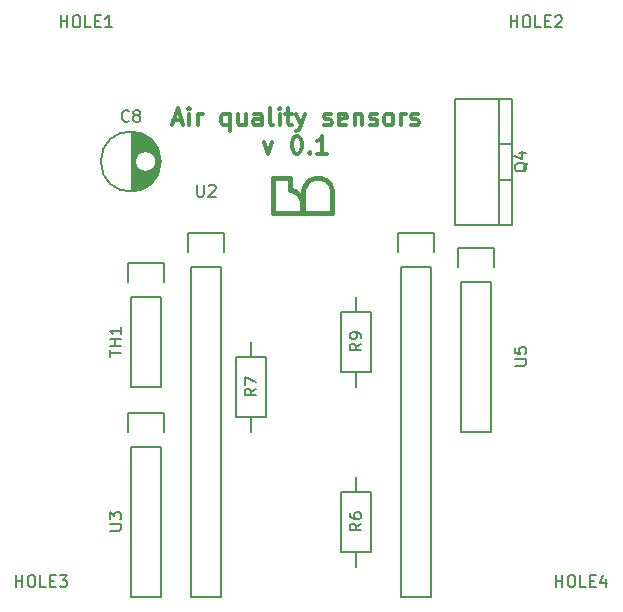
<source format=gbr>
G04 #@! TF.FileFunction,Legend,Top*
%FSLAX46Y46*%
G04 Gerber Fmt 4.6, Leading zero omitted, Abs format (unit mm)*
G04 Created by KiCad (PCBNEW 4.0.2-stable) date Wednesday, 12 October 2016 'pmt' 07:44:15 pm*
%MOMM*%
G01*
G04 APERTURE LIST*
%ADD10C,0.100000*%
%ADD11C,0.400000*%
%ADD12C,0.300000*%
%ADD13C,0.150000*%
G04 APERTURE END LIST*
D10*
D11*
X173140643Y-73260868D02*
X173026455Y-73050880D01*
X173026455Y-73050880D02*
X172877062Y-72869563D01*
X172877062Y-72869563D02*
X172695723Y-72720183D01*
X172695723Y-72720183D02*
X172485765Y-72605985D01*
X172485765Y-72605985D02*
X172253685Y-72533554D01*
X172253685Y-72533554D02*
X172006106Y-72509387D01*
X172006106Y-72509387D02*
X171758445Y-72533550D01*
X171758445Y-72533550D02*
X171526388Y-72605985D01*
X171526388Y-72605985D02*
X171316781Y-72720179D01*
X171316781Y-72720179D02*
X171136742Y-72869563D01*
X171136742Y-72869563D02*
X170988535Y-73050880D01*
X170988535Y-73050880D02*
X170874762Y-73260868D01*
X170874762Y-73260868D02*
X170802311Y-73492934D01*
X170802311Y-73492934D02*
X170778184Y-73740552D01*
X170778184Y-73740552D02*
X170778184Y-73747093D01*
X170778184Y-73747093D02*
X170778184Y-73753634D01*
X170778184Y-73753634D02*
X170778184Y-75456337D01*
X170778184Y-75456337D02*
X173233998Y-75456337D01*
X173233998Y-75456337D02*
X173233998Y-73842035D01*
X173233998Y-73842035D02*
X173236424Y-73816287D01*
X173236424Y-73816287D02*
X173237233Y-73791318D01*
X173237233Y-73791318D02*
X173237233Y-73765940D01*
X173237233Y-73765940D02*
X173237233Y-73740562D01*
X173237233Y-73740562D02*
X173213080Y-73492936D01*
X173213080Y-73492936D02*
X173140647Y-73260868D01*
X173140647Y-73260868D02*
X173140645Y-73260868D01*
X173140645Y-73260868D02*
X173140643Y-73260868D01*
X170683217Y-74575539D02*
X170679924Y-74526404D01*
X170679924Y-74526404D02*
X170660326Y-74428185D01*
X170660326Y-74428185D02*
X170630839Y-74333209D01*
X170630839Y-74333209D02*
X170598069Y-74241585D01*
X170598069Y-74241585D02*
X170555520Y-74153116D01*
X170555520Y-74153116D02*
X170545701Y-74133498D01*
X170545701Y-74133498D02*
X170532609Y-74113860D01*
X170532609Y-74113860D02*
X170445840Y-73973053D01*
X170445840Y-73973053D02*
X170332887Y-73845328D01*
X170332887Y-73845328D02*
X170264094Y-73784772D01*
X170264094Y-73784772D02*
X170192038Y-73727480D01*
X170192038Y-73727480D02*
X170133144Y-73683270D01*
X170133144Y-73683270D02*
X170070888Y-73645587D01*
X170070888Y-73645587D02*
X170051279Y-73634126D01*
X170051279Y-73634126D02*
X170025046Y-73622705D01*
X170025046Y-73622705D02*
X169943181Y-73581788D01*
X169943181Y-73581788D02*
X169854800Y-73550660D01*
X169854800Y-73550660D02*
X169808948Y-73537539D01*
X169808948Y-73537539D02*
X169759873Y-73524447D01*
X169759873Y-73524447D02*
X169710718Y-73511355D01*
X169710718Y-73511355D02*
X169710718Y-72509397D01*
X169710718Y-72509397D02*
X168237232Y-72509397D01*
X168237232Y-72509397D02*
X168237232Y-75456337D01*
X168237232Y-75456337D02*
X170693036Y-75456337D01*
X170693036Y-75456337D02*
X170693036Y-74726126D01*
X170693036Y-74726126D02*
X170693036Y-74675369D01*
X170693036Y-74675369D02*
X170689753Y-74624623D01*
X170689753Y-74624623D02*
X170683217Y-74575539D01*
X170689753Y-74624623D02*
X170683217Y-74575539D01*
X170693036Y-74675369D02*
X170689753Y-74624623D01*
X170693036Y-74726126D02*
X170693036Y-74675369D01*
X170693036Y-75456337D02*
X170693036Y-74726126D01*
X168237232Y-75456337D02*
X170693036Y-75456337D01*
X168237232Y-72509397D02*
X168237232Y-75456337D01*
X169710718Y-72509397D02*
X168237232Y-72509397D01*
X169710718Y-73511355D02*
X169710718Y-72509397D01*
X169759873Y-73524447D02*
X169710718Y-73511355D01*
X169808948Y-73537539D02*
X169759873Y-73524447D01*
X169854800Y-73550660D02*
X169808948Y-73537539D01*
X169943181Y-73581788D02*
X169854800Y-73550660D01*
X170025046Y-73622705D02*
X169943181Y-73581788D01*
X170051279Y-73634126D02*
X170025046Y-73622705D01*
X170070888Y-73645587D02*
X170051279Y-73634126D01*
X170133144Y-73683270D02*
X170070888Y-73645587D01*
X170192038Y-73727480D02*
X170133144Y-73683270D01*
X170264094Y-73784772D02*
X170192038Y-73727480D01*
X170332887Y-73845328D02*
X170264094Y-73784772D01*
X170445840Y-73973053D02*
X170332887Y-73845328D01*
X170532609Y-74113860D02*
X170445840Y-73973053D01*
X170545701Y-74133498D02*
X170532609Y-74113860D01*
X170555520Y-74153116D02*
X170545701Y-74133498D01*
X170598069Y-74241585D02*
X170555520Y-74153116D01*
X170630839Y-74333209D02*
X170598069Y-74241585D01*
X170660326Y-74428185D02*
X170630839Y-74333209D01*
X170679924Y-74526404D02*
X170660326Y-74428185D01*
X170683217Y-74575539D02*
X170679924Y-74526404D01*
X173140645Y-73260868D02*
X173140643Y-73260868D01*
X173140647Y-73260868D02*
X173140645Y-73260868D01*
X173213080Y-73492936D02*
X173140647Y-73260868D01*
X173237233Y-73740562D02*
X173213080Y-73492936D01*
X173237233Y-73765940D02*
X173237233Y-73740562D01*
X173237233Y-73791318D02*
X173237233Y-73765940D01*
X173236424Y-73816287D02*
X173237233Y-73791318D01*
X173233998Y-73842035D02*
X173236424Y-73816287D01*
X173233998Y-75456337D02*
X173233998Y-73842035D01*
X170778184Y-75456337D02*
X173233998Y-75456337D01*
X170778184Y-73753634D02*
X170778184Y-75456337D01*
X170778184Y-73747093D02*
X170778184Y-73753634D01*
X170778184Y-73740552D02*
X170778184Y-73747093D01*
X170802311Y-73492934D02*
X170778184Y-73740552D01*
X170874762Y-73260868D02*
X170802311Y-73492934D01*
X170988535Y-73050880D02*
X170874762Y-73260868D01*
X171136742Y-72869563D02*
X170988535Y-73050880D01*
X171316781Y-72720179D02*
X171136742Y-72869563D01*
X171526388Y-72605985D02*
X171316781Y-72720179D01*
X171758445Y-72533550D02*
X171526388Y-72605985D01*
X172006106Y-72509387D02*
X171758445Y-72533550D01*
X172253685Y-72533554D02*
X172006106Y-72509387D01*
X172485765Y-72605985D02*
X172253685Y-72533554D01*
X172695723Y-72720183D02*
X172485765Y-72605985D01*
X172877062Y-72869563D02*
X172695723Y-72720183D01*
X173026455Y-73050880D02*
X172877062Y-72869563D01*
X173140643Y-73260868D02*
X173026455Y-73050880D01*
X173140643Y-73260868D02*
X173026455Y-73050880D01*
X173026455Y-73050880D02*
X172877062Y-72869563D01*
X172877062Y-72869563D02*
X172695723Y-72720183D01*
X172695723Y-72720183D02*
X172485765Y-72605985D01*
X172485765Y-72605985D02*
X172253685Y-72533554D01*
X172253685Y-72533554D02*
X172006106Y-72509387D01*
X172006106Y-72509387D02*
X171758445Y-72533550D01*
X171758445Y-72533550D02*
X171526388Y-72605985D01*
X171526388Y-72605985D02*
X171316781Y-72720179D01*
X171316781Y-72720179D02*
X171136742Y-72869563D01*
X171136742Y-72869563D02*
X170988535Y-73050880D01*
X170988535Y-73050880D02*
X170874762Y-73260868D01*
X170874762Y-73260868D02*
X170802311Y-73492934D01*
X170802311Y-73492934D02*
X170778184Y-73740552D01*
X170778184Y-73740552D02*
X170778184Y-73747093D01*
X170778184Y-73747093D02*
X170778184Y-73753634D01*
X170778184Y-73753634D02*
X170778184Y-75456337D01*
X170778184Y-75456337D02*
X173233998Y-75456337D01*
X173233998Y-75456337D02*
X173233998Y-73842035D01*
X173233998Y-73842035D02*
X173236424Y-73816287D01*
X173236424Y-73816287D02*
X173237233Y-73791318D01*
X173237233Y-73791318D02*
X173237233Y-73765940D01*
X173237233Y-73765940D02*
X173237233Y-73740562D01*
X173237233Y-73740562D02*
X173213080Y-73492936D01*
X173213080Y-73492936D02*
X173140647Y-73260868D01*
X173140647Y-73260868D02*
X173140645Y-73260868D01*
X173140645Y-73260868D02*
X173140643Y-73260868D01*
X170683217Y-74575539D02*
X170679924Y-74526404D01*
X170679924Y-74526404D02*
X170660326Y-74428185D01*
X170660326Y-74428185D02*
X170630839Y-74333209D01*
X170630839Y-74333209D02*
X170598069Y-74241585D01*
X170598069Y-74241585D02*
X170555520Y-74153116D01*
X170555520Y-74153116D02*
X170545701Y-74133498D01*
X170545701Y-74133498D02*
X170532609Y-74113860D01*
X170532609Y-74113860D02*
X170445840Y-73973053D01*
X170445840Y-73973053D02*
X170332887Y-73845328D01*
X170332887Y-73845328D02*
X170264094Y-73784772D01*
X170264094Y-73784772D02*
X170192038Y-73727480D01*
X170192038Y-73727480D02*
X170133144Y-73683270D01*
X170133144Y-73683270D02*
X170070888Y-73645587D01*
X170070888Y-73645587D02*
X170051279Y-73634126D01*
X170051279Y-73634126D02*
X170025046Y-73622705D01*
X170025046Y-73622705D02*
X169943181Y-73581788D01*
X169943181Y-73581788D02*
X169854800Y-73550660D01*
X169854800Y-73550660D02*
X169808948Y-73537539D01*
X169808948Y-73537539D02*
X169759873Y-73524447D01*
X169759873Y-73524447D02*
X169710718Y-73511355D01*
X169710718Y-73511355D02*
X169710718Y-72509397D01*
X169710718Y-72509397D02*
X168237232Y-72509397D01*
X168237232Y-72509397D02*
X168237232Y-75456337D01*
X168237232Y-75456337D02*
X170693036Y-75456337D01*
X170693036Y-75456337D02*
X170693036Y-74726126D01*
X170693036Y-74726126D02*
X170693036Y-74675369D01*
X170693036Y-74675369D02*
X170689753Y-74624623D01*
X170689753Y-74624623D02*
X170683217Y-74575539D01*
X170689753Y-74624623D02*
X170683217Y-74575539D01*
X170693036Y-74675369D02*
X170689753Y-74624623D01*
X170693036Y-74726126D02*
X170693036Y-74675369D01*
X170693036Y-75456337D02*
X170693036Y-74726126D01*
X168237232Y-75456337D02*
X170693036Y-75456337D01*
X168237232Y-72509397D02*
X168237232Y-75456337D01*
X169710718Y-72509397D02*
X168237232Y-72509397D01*
X169710718Y-73511355D02*
X169710718Y-72509397D01*
X169759873Y-73524447D02*
X169710718Y-73511355D01*
X169808948Y-73537539D02*
X169759873Y-73524447D01*
X169854800Y-73550660D02*
X169808948Y-73537539D01*
X169943181Y-73581788D02*
X169854800Y-73550660D01*
X170025046Y-73622705D02*
X169943181Y-73581788D01*
X170051279Y-73634126D02*
X170025046Y-73622705D01*
X170070888Y-73645587D02*
X170051279Y-73634126D01*
X170133144Y-73683270D02*
X170070888Y-73645587D01*
X170192038Y-73727480D02*
X170133144Y-73683270D01*
X170264094Y-73784772D02*
X170192038Y-73727480D01*
X170332887Y-73845328D02*
X170264094Y-73784772D01*
X170445840Y-73973053D02*
X170332887Y-73845328D01*
X170532609Y-74113860D02*
X170445840Y-73973053D01*
X170545701Y-74133498D02*
X170532609Y-74113860D01*
X170555520Y-74153116D02*
X170545701Y-74133498D01*
X170598069Y-74241585D02*
X170555520Y-74153116D01*
X170630839Y-74333209D02*
X170598069Y-74241585D01*
X170660326Y-74428185D02*
X170630839Y-74333209D01*
X170679924Y-74526404D02*
X170660326Y-74428185D01*
X170683217Y-74575539D02*
X170679924Y-74526404D01*
X173140645Y-73260868D02*
X173140643Y-73260868D01*
X173140647Y-73260868D02*
X173140645Y-73260868D01*
X173213080Y-73492936D02*
X173140647Y-73260868D01*
X173237233Y-73740562D02*
X173213080Y-73492936D01*
X173237233Y-73765940D02*
X173237233Y-73740562D01*
X173237233Y-73791318D02*
X173237233Y-73765940D01*
X173236424Y-73816287D02*
X173237233Y-73791318D01*
X173233998Y-73842035D02*
X173236424Y-73816287D01*
X173233998Y-75456337D02*
X173233998Y-73842035D01*
X170778184Y-75456337D02*
X173233998Y-75456337D01*
X170778184Y-73753634D02*
X170778184Y-75456337D01*
X170778184Y-73747093D02*
X170778184Y-73753634D01*
X170778184Y-73740552D02*
X170778184Y-73747093D01*
X170802311Y-73492934D02*
X170778184Y-73740552D01*
X170874762Y-73260868D02*
X170802311Y-73492934D01*
X170988535Y-73050880D02*
X170874762Y-73260868D01*
X171136742Y-72869563D02*
X170988535Y-73050880D01*
X171316781Y-72720179D02*
X171136742Y-72869563D01*
X171526388Y-72605985D02*
X171316781Y-72720179D01*
X171758445Y-72533550D02*
X171526388Y-72605985D01*
X172006106Y-72509387D02*
X171758445Y-72533550D01*
X172253685Y-72533554D02*
X172006106Y-72509387D01*
X172485765Y-72605985D02*
X172253685Y-72533554D01*
X172695723Y-72720183D02*
X172485765Y-72605985D01*
X172877062Y-72869563D02*
X172695723Y-72720183D01*
X173026455Y-73050880D02*
X172877062Y-72869563D01*
X173140643Y-73260868D02*
X173026455Y-73050880D01*
D12*
X159787143Y-67630000D02*
X160501429Y-67630000D01*
X159644286Y-68058571D02*
X160144286Y-66558571D01*
X160644286Y-68058571D01*
X161144286Y-68058571D02*
X161144286Y-67058571D01*
X161144286Y-66558571D02*
X161072857Y-66630000D01*
X161144286Y-66701429D01*
X161215714Y-66630000D01*
X161144286Y-66558571D01*
X161144286Y-66701429D01*
X161858572Y-68058571D02*
X161858572Y-67058571D01*
X161858572Y-67344286D02*
X161930000Y-67201429D01*
X162001429Y-67130000D01*
X162144286Y-67058571D01*
X162287143Y-67058571D01*
X164572857Y-67058571D02*
X164572857Y-68558571D01*
X164572857Y-67987143D02*
X164430000Y-68058571D01*
X164144286Y-68058571D01*
X164001428Y-67987143D01*
X163930000Y-67915714D01*
X163858571Y-67772857D01*
X163858571Y-67344286D01*
X163930000Y-67201429D01*
X164001428Y-67130000D01*
X164144286Y-67058571D01*
X164430000Y-67058571D01*
X164572857Y-67130000D01*
X165930000Y-67058571D02*
X165930000Y-68058571D01*
X165287143Y-67058571D02*
X165287143Y-67844286D01*
X165358571Y-67987143D01*
X165501429Y-68058571D01*
X165715714Y-68058571D01*
X165858571Y-67987143D01*
X165930000Y-67915714D01*
X167287143Y-68058571D02*
X167287143Y-67272857D01*
X167215714Y-67130000D01*
X167072857Y-67058571D01*
X166787143Y-67058571D01*
X166644286Y-67130000D01*
X167287143Y-67987143D02*
X167144286Y-68058571D01*
X166787143Y-68058571D01*
X166644286Y-67987143D01*
X166572857Y-67844286D01*
X166572857Y-67701429D01*
X166644286Y-67558571D01*
X166787143Y-67487143D01*
X167144286Y-67487143D01*
X167287143Y-67415714D01*
X168215715Y-68058571D02*
X168072857Y-67987143D01*
X168001429Y-67844286D01*
X168001429Y-66558571D01*
X168787143Y-68058571D02*
X168787143Y-67058571D01*
X168787143Y-66558571D02*
X168715714Y-66630000D01*
X168787143Y-66701429D01*
X168858571Y-66630000D01*
X168787143Y-66558571D01*
X168787143Y-66701429D01*
X169287143Y-67058571D02*
X169858572Y-67058571D01*
X169501429Y-66558571D02*
X169501429Y-67844286D01*
X169572857Y-67987143D01*
X169715715Y-68058571D01*
X169858572Y-68058571D01*
X170215715Y-67058571D02*
X170572858Y-68058571D01*
X170930000Y-67058571D02*
X170572858Y-68058571D01*
X170430000Y-68415714D01*
X170358572Y-68487143D01*
X170215715Y-68558571D01*
X172572857Y-67987143D02*
X172715714Y-68058571D01*
X173001429Y-68058571D01*
X173144286Y-67987143D01*
X173215714Y-67844286D01*
X173215714Y-67772857D01*
X173144286Y-67630000D01*
X173001429Y-67558571D01*
X172787143Y-67558571D01*
X172644286Y-67487143D01*
X172572857Y-67344286D01*
X172572857Y-67272857D01*
X172644286Y-67130000D01*
X172787143Y-67058571D01*
X173001429Y-67058571D01*
X173144286Y-67130000D01*
X174430000Y-67987143D02*
X174287143Y-68058571D01*
X174001429Y-68058571D01*
X173858572Y-67987143D01*
X173787143Y-67844286D01*
X173787143Y-67272857D01*
X173858572Y-67130000D01*
X174001429Y-67058571D01*
X174287143Y-67058571D01*
X174430000Y-67130000D01*
X174501429Y-67272857D01*
X174501429Y-67415714D01*
X173787143Y-67558571D01*
X175144286Y-67058571D02*
X175144286Y-68058571D01*
X175144286Y-67201429D02*
X175215714Y-67130000D01*
X175358572Y-67058571D01*
X175572857Y-67058571D01*
X175715714Y-67130000D01*
X175787143Y-67272857D01*
X175787143Y-68058571D01*
X176430000Y-67987143D02*
X176572857Y-68058571D01*
X176858572Y-68058571D01*
X177001429Y-67987143D01*
X177072857Y-67844286D01*
X177072857Y-67772857D01*
X177001429Y-67630000D01*
X176858572Y-67558571D01*
X176644286Y-67558571D01*
X176501429Y-67487143D01*
X176430000Y-67344286D01*
X176430000Y-67272857D01*
X176501429Y-67130000D01*
X176644286Y-67058571D01*
X176858572Y-67058571D01*
X177001429Y-67130000D01*
X177930001Y-68058571D02*
X177787143Y-67987143D01*
X177715715Y-67915714D01*
X177644286Y-67772857D01*
X177644286Y-67344286D01*
X177715715Y-67201429D01*
X177787143Y-67130000D01*
X177930001Y-67058571D01*
X178144286Y-67058571D01*
X178287143Y-67130000D01*
X178358572Y-67201429D01*
X178430001Y-67344286D01*
X178430001Y-67772857D01*
X178358572Y-67915714D01*
X178287143Y-67987143D01*
X178144286Y-68058571D01*
X177930001Y-68058571D01*
X179072858Y-68058571D02*
X179072858Y-67058571D01*
X179072858Y-67344286D02*
X179144286Y-67201429D01*
X179215715Y-67130000D01*
X179358572Y-67058571D01*
X179501429Y-67058571D01*
X179930000Y-67987143D02*
X180072857Y-68058571D01*
X180358572Y-68058571D01*
X180501429Y-67987143D01*
X180572857Y-67844286D01*
X180572857Y-67772857D01*
X180501429Y-67630000D01*
X180358572Y-67558571D01*
X180144286Y-67558571D01*
X180001429Y-67487143D01*
X179930000Y-67344286D01*
X179930000Y-67272857D01*
X180001429Y-67130000D01*
X180144286Y-67058571D01*
X180358572Y-67058571D01*
X180501429Y-67130000D01*
X167465715Y-69458571D02*
X167822858Y-70458571D01*
X168180000Y-69458571D01*
X170180000Y-68958571D02*
X170322857Y-68958571D01*
X170465714Y-69030000D01*
X170537143Y-69101429D01*
X170608572Y-69244286D01*
X170680000Y-69530000D01*
X170680000Y-69887143D01*
X170608572Y-70172857D01*
X170537143Y-70315714D01*
X170465714Y-70387143D01*
X170322857Y-70458571D01*
X170180000Y-70458571D01*
X170037143Y-70387143D01*
X169965714Y-70315714D01*
X169894286Y-70172857D01*
X169822857Y-69887143D01*
X169822857Y-69530000D01*
X169894286Y-69244286D01*
X169965714Y-69101429D01*
X170037143Y-69030000D01*
X170180000Y-68958571D01*
X171322857Y-70315714D02*
X171394285Y-70387143D01*
X171322857Y-70458571D01*
X171251428Y-70387143D01*
X171322857Y-70315714D01*
X171322857Y-70458571D01*
X172822857Y-70458571D02*
X171965714Y-70458571D01*
X172394286Y-70458571D02*
X172394286Y-68958571D01*
X172251429Y-69172857D01*
X172108571Y-69315714D01*
X171965714Y-69387143D01*
D13*
X156210000Y-82550000D02*
X156210000Y-90170000D01*
X158750000Y-82550000D02*
X158750000Y-90170000D01*
X159030000Y-79730000D02*
X159030000Y-81280000D01*
X156210000Y-90170000D02*
X158750000Y-90170000D01*
X158750000Y-82550000D02*
X156210000Y-82550000D01*
X155930000Y-81280000D02*
X155930000Y-79730000D01*
X155930000Y-79730000D02*
X159030000Y-79730000D01*
X176530000Y-83820000D02*
X176530000Y-88900000D01*
X176530000Y-88900000D02*
X173990000Y-88900000D01*
X173990000Y-88900000D02*
X173990000Y-83820000D01*
X173990000Y-83820000D02*
X176530000Y-83820000D01*
X175260000Y-83820000D02*
X175260000Y-82550000D01*
X175260000Y-88900000D02*
X175260000Y-90170000D01*
X176530000Y-99060000D02*
X176530000Y-104140000D01*
X176530000Y-104140000D02*
X173990000Y-104140000D01*
X173990000Y-104140000D02*
X173990000Y-99060000D01*
X173990000Y-99060000D02*
X176530000Y-99060000D01*
X175260000Y-99060000D02*
X175260000Y-97790000D01*
X175260000Y-104140000D02*
X175260000Y-105410000D01*
X167640000Y-87630000D02*
X167640000Y-92710000D01*
X167640000Y-92710000D02*
X165100000Y-92710000D01*
X165100000Y-92710000D02*
X165100000Y-87630000D01*
X165100000Y-87630000D02*
X167640000Y-87630000D01*
X166370000Y-87630000D02*
X166370000Y-86360000D01*
X166370000Y-92710000D02*
X166370000Y-93980000D01*
X188468000Y-69596000D02*
X187325000Y-69596000D01*
X188468000Y-72644000D02*
X187325000Y-72644000D01*
X187325000Y-76454000D02*
X183642000Y-76454000D01*
X183642000Y-76454000D02*
X183642000Y-65786000D01*
X183642000Y-65786000D02*
X187325000Y-65786000D01*
X188468000Y-76454000D02*
X187325000Y-76454000D01*
X187325000Y-76454000D02*
X187325000Y-65786000D01*
X187325000Y-65786000D02*
X188468000Y-65786000D01*
X188468000Y-71120000D02*
X188468000Y-65786000D01*
X188468000Y-71120000D02*
X188468000Y-76454000D01*
X158750000Y-95250000D02*
X158750000Y-107950000D01*
X158750000Y-107950000D02*
X156210000Y-107950000D01*
X156210000Y-107950000D02*
X156210000Y-95250000D01*
X159030000Y-92430000D02*
X159030000Y-93980000D01*
X158750000Y-95250000D02*
X156210000Y-95250000D01*
X155930000Y-93980000D02*
X155930000Y-92430000D01*
X155930000Y-92430000D02*
X159030000Y-92430000D01*
X156265000Y-68621000D02*
X156265000Y-73619000D01*
X156405000Y-68629000D02*
X156405000Y-73611000D01*
X156545000Y-68645000D02*
X156545000Y-71025000D01*
X156545000Y-71215000D02*
X156545000Y-73595000D01*
X156685000Y-68669000D02*
X156685000Y-70630000D01*
X156685000Y-71610000D02*
X156685000Y-73571000D01*
X156825000Y-68702000D02*
X156825000Y-70463000D01*
X156825000Y-71777000D02*
X156825000Y-73538000D01*
X156965000Y-68743000D02*
X156965000Y-70356000D01*
X156965000Y-71884000D02*
X156965000Y-73497000D01*
X157105000Y-68793000D02*
X157105000Y-70285000D01*
X157105000Y-71955000D02*
X157105000Y-73447000D01*
X157245000Y-68854000D02*
X157245000Y-70241000D01*
X157245000Y-71999000D02*
X157245000Y-73386000D01*
X157385000Y-68924000D02*
X157385000Y-70222000D01*
X157385000Y-72018000D02*
X157385000Y-73316000D01*
X157525000Y-69006000D02*
X157525000Y-70224000D01*
X157525000Y-72016000D02*
X157525000Y-73234000D01*
X157665000Y-69101000D02*
X157665000Y-70249000D01*
X157665000Y-71991000D02*
X157665000Y-73139000D01*
X157805000Y-69212000D02*
X157805000Y-70297000D01*
X157805000Y-71943000D02*
X157805000Y-73028000D01*
X157945000Y-69340000D02*
X157945000Y-70375000D01*
X157945000Y-71865000D02*
X157945000Y-72900000D01*
X158085000Y-69489000D02*
X158085000Y-70492000D01*
X158085000Y-71748000D02*
X158085000Y-72751000D01*
X158225000Y-69668000D02*
X158225000Y-70680000D01*
X158225000Y-71560000D02*
X158225000Y-72572000D01*
X158365000Y-69887000D02*
X158365000Y-72353000D01*
X158505000Y-70176000D02*
X158505000Y-72064000D01*
X158645000Y-70648000D02*
X158645000Y-71592000D01*
X158340000Y-71120000D02*
G75*
G03X158340000Y-71120000I-900000J0D01*
G01*
X158727500Y-71120000D02*
G75*
G03X158727500Y-71120000I-2537500J0D01*
G01*
X178790000Y-77190000D02*
X181890000Y-77190000D01*
X178790000Y-78740000D02*
X178790000Y-77190000D01*
X181610000Y-80010000D02*
X179070000Y-80010000D01*
X181890000Y-77190000D02*
X181890000Y-78740000D01*
X179070000Y-107950000D02*
X179070000Y-80010000D01*
X181610000Y-107950000D02*
X179070000Y-107950000D01*
X181610000Y-80010000D02*
X181610000Y-107950000D01*
X163830000Y-80010000D02*
X163830000Y-107950000D01*
X163830000Y-107950000D02*
X161290000Y-107950000D01*
X161290000Y-107950000D02*
X161290000Y-80010000D01*
X164110000Y-77190000D02*
X164110000Y-78740000D01*
X163830000Y-80010000D02*
X161290000Y-80010000D01*
X161010000Y-78740000D02*
X161010000Y-77190000D01*
X161010000Y-77190000D02*
X164110000Y-77190000D01*
X186690000Y-81280000D02*
X186690000Y-93980000D01*
X186690000Y-93980000D02*
X184150000Y-93980000D01*
X184150000Y-93980000D02*
X184150000Y-81280000D01*
X186970000Y-78460000D02*
X186970000Y-80010000D01*
X186690000Y-81280000D02*
X184150000Y-81280000D01*
X183870000Y-80010000D02*
X183870000Y-78460000D01*
X183870000Y-78460000D02*
X186970000Y-78460000D01*
X154392381Y-87645714D02*
X154392381Y-87074285D01*
X155392381Y-87360000D02*
X154392381Y-87360000D01*
X155392381Y-86740952D02*
X154392381Y-86740952D01*
X154868571Y-86740952D02*
X154868571Y-86169523D01*
X155392381Y-86169523D02*
X154392381Y-86169523D01*
X155392381Y-85169523D02*
X155392381Y-85740952D01*
X155392381Y-85455238D02*
X154392381Y-85455238D01*
X154535238Y-85550476D01*
X154630476Y-85645714D01*
X154678095Y-85740952D01*
X175712381Y-86526666D02*
X175236190Y-86860000D01*
X175712381Y-87098095D02*
X174712381Y-87098095D01*
X174712381Y-86717142D01*
X174760000Y-86621904D01*
X174807619Y-86574285D01*
X174902857Y-86526666D01*
X175045714Y-86526666D01*
X175140952Y-86574285D01*
X175188571Y-86621904D01*
X175236190Y-86717142D01*
X175236190Y-87098095D01*
X175712381Y-86050476D02*
X175712381Y-85860000D01*
X175664762Y-85764761D01*
X175617143Y-85717142D01*
X175474286Y-85621904D01*
X175283810Y-85574285D01*
X174902857Y-85574285D01*
X174807619Y-85621904D01*
X174760000Y-85669523D01*
X174712381Y-85764761D01*
X174712381Y-85955238D01*
X174760000Y-86050476D01*
X174807619Y-86098095D01*
X174902857Y-86145714D01*
X175140952Y-86145714D01*
X175236190Y-86098095D01*
X175283810Y-86050476D01*
X175331429Y-85955238D01*
X175331429Y-85764761D01*
X175283810Y-85669523D01*
X175236190Y-85621904D01*
X175140952Y-85574285D01*
X175712381Y-101766666D02*
X175236190Y-102100000D01*
X175712381Y-102338095D02*
X174712381Y-102338095D01*
X174712381Y-101957142D01*
X174760000Y-101861904D01*
X174807619Y-101814285D01*
X174902857Y-101766666D01*
X175045714Y-101766666D01*
X175140952Y-101814285D01*
X175188571Y-101861904D01*
X175236190Y-101957142D01*
X175236190Y-102338095D01*
X174712381Y-100909523D02*
X174712381Y-101100000D01*
X174760000Y-101195238D01*
X174807619Y-101242857D01*
X174950476Y-101338095D01*
X175140952Y-101385714D01*
X175521905Y-101385714D01*
X175617143Y-101338095D01*
X175664762Y-101290476D01*
X175712381Y-101195238D01*
X175712381Y-101004761D01*
X175664762Y-100909523D01*
X175617143Y-100861904D01*
X175521905Y-100814285D01*
X175283810Y-100814285D01*
X175188571Y-100861904D01*
X175140952Y-100909523D01*
X175093333Y-101004761D01*
X175093333Y-101195238D01*
X175140952Y-101290476D01*
X175188571Y-101338095D01*
X175283810Y-101385714D01*
X166822381Y-90336666D02*
X166346190Y-90670000D01*
X166822381Y-90908095D02*
X165822381Y-90908095D01*
X165822381Y-90527142D01*
X165870000Y-90431904D01*
X165917619Y-90384285D01*
X166012857Y-90336666D01*
X166155714Y-90336666D01*
X166250952Y-90384285D01*
X166298571Y-90431904D01*
X166346190Y-90527142D01*
X166346190Y-90908095D01*
X165822381Y-90003333D02*
X165822381Y-89336666D01*
X166822381Y-89765238D01*
X189777619Y-71215238D02*
X189730000Y-71310476D01*
X189634762Y-71405714D01*
X189491905Y-71548571D01*
X189444286Y-71643810D01*
X189444286Y-71739048D01*
X189682381Y-71691429D02*
X189634762Y-71786667D01*
X189539524Y-71881905D01*
X189349048Y-71929524D01*
X189015714Y-71929524D01*
X188825238Y-71881905D01*
X188730000Y-71786667D01*
X188682381Y-71691429D01*
X188682381Y-71500952D01*
X188730000Y-71405714D01*
X188825238Y-71310476D01*
X189015714Y-71262857D01*
X189349048Y-71262857D01*
X189539524Y-71310476D01*
X189634762Y-71405714D01*
X189682381Y-71500952D01*
X189682381Y-71691429D01*
X189015714Y-70405714D02*
X189682381Y-70405714D01*
X188634762Y-70643810D02*
X189349048Y-70881905D01*
X189349048Y-70262857D01*
X154392381Y-102361905D02*
X155201905Y-102361905D01*
X155297143Y-102314286D01*
X155344762Y-102266667D01*
X155392381Y-102171429D01*
X155392381Y-101980952D01*
X155344762Y-101885714D01*
X155297143Y-101838095D01*
X155201905Y-101790476D01*
X154392381Y-101790476D01*
X154392381Y-101409524D02*
X154392381Y-100790476D01*
X154773333Y-101123810D01*
X154773333Y-100980952D01*
X154820952Y-100885714D01*
X154868571Y-100838095D01*
X154963810Y-100790476D01*
X155201905Y-100790476D01*
X155297143Y-100838095D01*
X155344762Y-100885714D01*
X155392381Y-100980952D01*
X155392381Y-101266667D01*
X155344762Y-101361905D01*
X155297143Y-101409524D01*
X156023334Y-67677143D02*
X155975715Y-67724762D01*
X155832858Y-67772381D01*
X155737620Y-67772381D01*
X155594762Y-67724762D01*
X155499524Y-67629524D01*
X155451905Y-67534286D01*
X155404286Y-67343810D01*
X155404286Y-67200952D01*
X155451905Y-67010476D01*
X155499524Y-66915238D01*
X155594762Y-66820000D01*
X155737620Y-66772381D01*
X155832858Y-66772381D01*
X155975715Y-66820000D01*
X156023334Y-66867619D01*
X156594762Y-67200952D02*
X156499524Y-67153333D01*
X156451905Y-67105714D01*
X156404286Y-67010476D01*
X156404286Y-66962857D01*
X156451905Y-66867619D01*
X156499524Y-66820000D01*
X156594762Y-66772381D01*
X156785239Y-66772381D01*
X156880477Y-66820000D01*
X156928096Y-66867619D01*
X156975715Y-66962857D01*
X156975715Y-67010476D01*
X156928096Y-67105714D01*
X156880477Y-67153333D01*
X156785239Y-67200952D01*
X156594762Y-67200952D01*
X156499524Y-67248571D01*
X156451905Y-67296190D01*
X156404286Y-67391429D01*
X156404286Y-67581905D01*
X156451905Y-67677143D01*
X156499524Y-67724762D01*
X156594762Y-67772381D01*
X156785239Y-67772381D01*
X156880477Y-67724762D01*
X156928096Y-67677143D01*
X156975715Y-67581905D01*
X156975715Y-67391429D01*
X156928096Y-67296190D01*
X156880477Y-67248571D01*
X156785239Y-67200952D01*
X161798095Y-73092381D02*
X161798095Y-73901905D01*
X161845714Y-73997143D01*
X161893333Y-74044762D01*
X161988571Y-74092381D01*
X162179048Y-74092381D01*
X162274286Y-74044762D01*
X162321905Y-73997143D01*
X162369524Y-73901905D01*
X162369524Y-73092381D01*
X162798095Y-73187619D02*
X162845714Y-73140000D01*
X162940952Y-73092381D01*
X163179048Y-73092381D01*
X163274286Y-73140000D01*
X163321905Y-73187619D01*
X163369524Y-73282857D01*
X163369524Y-73378095D01*
X163321905Y-73520952D01*
X162750476Y-74092381D01*
X163369524Y-74092381D01*
X188682381Y-88391905D02*
X189491905Y-88391905D01*
X189587143Y-88344286D01*
X189634762Y-88296667D01*
X189682381Y-88201429D01*
X189682381Y-88010952D01*
X189634762Y-87915714D01*
X189587143Y-87868095D01*
X189491905Y-87820476D01*
X188682381Y-87820476D01*
X188682381Y-86868095D02*
X188682381Y-87344286D01*
X189158571Y-87391905D01*
X189110952Y-87344286D01*
X189063333Y-87249048D01*
X189063333Y-87010952D01*
X189110952Y-86915714D01*
X189158571Y-86868095D01*
X189253810Y-86820476D01*
X189491905Y-86820476D01*
X189587143Y-86868095D01*
X189634762Y-86915714D01*
X189682381Y-87010952D01*
X189682381Y-87249048D01*
X189634762Y-87344286D01*
X189587143Y-87391905D01*
X188357143Y-59752381D02*
X188357143Y-58752381D01*
X188357143Y-59228571D02*
X188928572Y-59228571D01*
X188928572Y-59752381D02*
X188928572Y-58752381D01*
X189595238Y-58752381D02*
X189785715Y-58752381D01*
X189880953Y-58800000D01*
X189976191Y-58895238D01*
X190023810Y-59085714D01*
X190023810Y-59419048D01*
X189976191Y-59609524D01*
X189880953Y-59704762D01*
X189785715Y-59752381D01*
X189595238Y-59752381D01*
X189500000Y-59704762D01*
X189404762Y-59609524D01*
X189357143Y-59419048D01*
X189357143Y-59085714D01*
X189404762Y-58895238D01*
X189500000Y-58800000D01*
X189595238Y-58752381D01*
X190928572Y-59752381D02*
X190452381Y-59752381D01*
X190452381Y-58752381D01*
X191261905Y-59228571D02*
X191595239Y-59228571D01*
X191738096Y-59752381D02*
X191261905Y-59752381D01*
X191261905Y-58752381D01*
X191738096Y-58752381D01*
X192119048Y-58847619D02*
X192166667Y-58800000D01*
X192261905Y-58752381D01*
X192500001Y-58752381D01*
X192595239Y-58800000D01*
X192642858Y-58847619D01*
X192690477Y-58942857D01*
X192690477Y-59038095D01*
X192642858Y-59180952D01*
X192071429Y-59752381D01*
X192690477Y-59752381D01*
X192167143Y-107132381D02*
X192167143Y-106132381D01*
X192167143Y-106608571D02*
X192738572Y-106608571D01*
X192738572Y-107132381D02*
X192738572Y-106132381D01*
X193405238Y-106132381D02*
X193595715Y-106132381D01*
X193690953Y-106180000D01*
X193786191Y-106275238D01*
X193833810Y-106465714D01*
X193833810Y-106799048D01*
X193786191Y-106989524D01*
X193690953Y-107084762D01*
X193595715Y-107132381D01*
X193405238Y-107132381D01*
X193310000Y-107084762D01*
X193214762Y-106989524D01*
X193167143Y-106799048D01*
X193167143Y-106465714D01*
X193214762Y-106275238D01*
X193310000Y-106180000D01*
X193405238Y-106132381D01*
X194738572Y-107132381D02*
X194262381Y-107132381D01*
X194262381Y-106132381D01*
X195071905Y-106608571D02*
X195405239Y-106608571D01*
X195548096Y-107132381D02*
X195071905Y-107132381D01*
X195071905Y-106132381D01*
X195548096Y-106132381D01*
X196405239Y-106465714D02*
X196405239Y-107132381D01*
X196167143Y-106084762D02*
X195929048Y-106799048D01*
X196548096Y-106799048D01*
X150257143Y-59752381D02*
X150257143Y-58752381D01*
X150257143Y-59228571D02*
X150828572Y-59228571D01*
X150828572Y-59752381D02*
X150828572Y-58752381D01*
X151495238Y-58752381D02*
X151685715Y-58752381D01*
X151780953Y-58800000D01*
X151876191Y-58895238D01*
X151923810Y-59085714D01*
X151923810Y-59419048D01*
X151876191Y-59609524D01*
X151780953Y-59704762D01*
X151685715Y-59752381D01*
X151495238Y-59752381D01*
X151400000Y-59704762D01*
X151304762Y-59609524D01*
X151257143Y-59419048D01*
X151257143Y-59085714D01*
X151304762Y-58895238D01*
X151400000Y-58800000D01*
X151495238Y-58752381D01*
X152828572Y-59752381D02*
X152352381Y-59752381D01*
X152352381Y-58752381D01*
X153161905Y-59228571D02*
X153495239Y-59228571D01*
X153638096Y-59752381D02*
X153161905Y-59752381D01*
X153161905Y-58752381D01*
X153638096Y-58752381D01*
X154590477Y-59752381D02*
X154019048Y-59752381D01*
X154304762Y-59752381D02*
X154304762Y-58752381D01*
X154209524Y-58895238D01*
X154114286Y-58990476D01*
X154019048Y-59038095D01*
X146447143Y-107132381D02*
X146447143Y-106132381D01*
X146447143Y-106608571D02*
X147018572Y-106608571D01*
X147018572Y-107132381D02*
X147018572Y-106132381D01*
X147685238Y-106132381D02*
X147875715Y-106132381D01*
X147970953Y-106180000D01*
X148066191Y-106275238D01*
X148113810Y-106465714D01*
X148113810Y-106799048D01*
X148066191Y-106989524D01*
X147970953Y-107084762D01*
X147875715Y-107132381D01*
X147685238Y-107132381D01*
X147590000Y-107084762D01*
X147494762Y-106989524D01*
X147447143Y-106799048D01*
X147447143Y-106465714D01*
X147494762Y-106275238D01*
X147590000Y-106180000D01*
X147685238Y-106132381D01*
X149018572Y-107132381D02*
X148542381Y-107132381D01*
X148542381Y-106132381D01*
X149351905Y-106608571D02*
X149685239Y-106608571D01*
X149828096Y-107132381D02*
X149351905Y-107132381D01*
X149351905Y-106132381D01*
X149828096Y-106132381D01*
X150161429Y-106132381D02*
X150780477Y-106132381D01*
X150447143Y-106513333D01*
X150590001Y-106513333D01*
X150685239Y-106560952D01*
X150732858Y-106608571D01*
X150780477Y-106703810D01*
X150780477Y-106941905D01*
X150732858Y-107037143D01*
X150685239Y-107084762D01*
X150590001Y-107132381D01*
X150304286Y-107132381D01*
X150209048Y-107084762D01*
X150161429Y-107037143D01*
M02*

</source>
